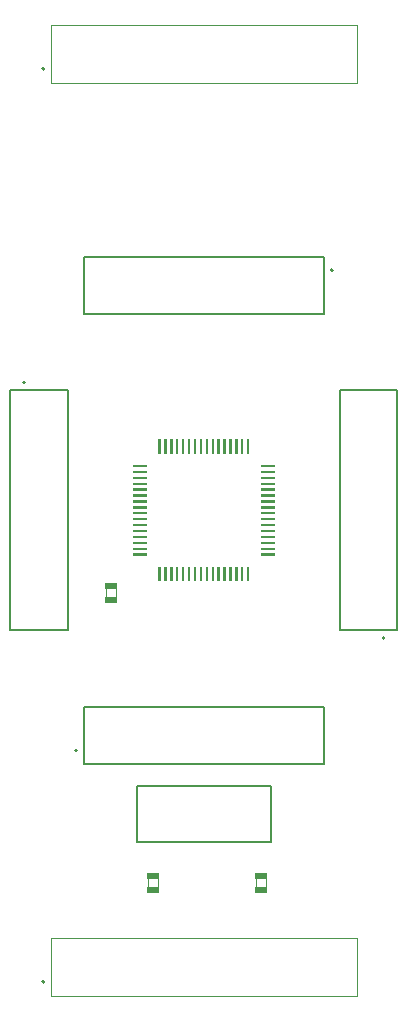
<source format=gbr>
%TF.GenerationSoftware,Altium Limited,Altium Designer,23.4.1 (23)*%
G04 Layer_Color=16711935*
%FSLAX45Y45*%
%MOMM*%
%TF.SameCoordinates,FC7CEE8C-9C91-443A-B6C4-03D5C87B0654*%
%TF.FilePolarity,Positive*%
%TF.FileFunction,Other,Mechanical_13*%
%TF.Part,Single*%
G01*
G75*
%TA.AperFunction,NonConductor*%
%ADD22C,0.20000*%
%ADD24C,0.12700*%
%ADD36C,0.10160*%
%ADD37C,0.10000*%
G36*
X2035000Y4980000D02*
X2015000D01*
Y5100000D01*
X2035000D01*
Y4980000D01*
D02*
G37*
G36*
X1985000D02*
X1965000D01*
Y5100000D01*
X1985000D01*
Y4980000D01*
D02*
G37*
G36*
X1935000D02*
X1915000D01*
Y5100000D01*
X1935000D01*
Y4980000D01*
D02*
G37*
G36*
X1885000D02*
X1865000D01*
Y5100000D01*
X1885000D01*
Y4980000D01*
D02*
G37*
G36*
X1835000D02*
X1815000D01*
Y5100000D01*
X1835000D01*
Y4980000D01*
D02*
G37*
G36*
X1785000D02*
X1765000D01*
Y5100000D01*
X1785000D01*
Y4980000D01*
D02*
G37*
G36*
X1735000D02*
X1715000D01*
Y5100000D01*
X1735000D01*
Y4980000D01*
D02*
G37*
G36*
X1685000D02*
X1665000D01*
Y5100000D01*
X1685000D01*
Y4980000D01*
D02*
G37*
G36*
X1635000D02*
X1615000D01*
Y5100000D01*
X1635000D01*
Y4980000D01*
D02*
G37*
G36*
X1585000D02*
X1565000D01*
Y5100000D01*
X1585000D01*
Y4980000D01*
D02*
G37*
G36*
X1535000D02*
X1515000D01*
Y5100000D01*
X1535000D01*
Y4980000D01*
D02*
G37*
G36*
X1485000D02*
X1465000D01*
Y5100000D01*
X1485000D01*
Y4980000D01*
D02*
G37*
G36*
X1435000D02*
X1415000D01*
Y5100000D01*
X1435000D01*
Y4980000D01*
D02*
G37*
G36*
X1385000D02*
X1365000D01*
Y5100000D01*
X1385000D01*
Y4980000D01*
D02*
G37*
G36*
X1335000D02*
X1315000D01*
Y5100000D01*
X1335000D01*
Y4980000D01*
D02*
G37*
G36*
X1285000D02*
X1265000D01*
Y5100000D01*
X1285000D01*
Y4980000D01*
D02*
G37*
G36*
X2250000Y4865000D02*
X2130000D01*
Y4885000D01*
X2250000D01*
Y4865000D01*
D02*
G37*
G36*
X1170000D02*
X1050000D01*
Y4885000D01*
X1170000D01*
Y4865000D01*
D02*
G37*
G36*
X2250000Y4815000D02*
X2130000D01*
Y4835000D01*
X2250000D01*
Y4815000D01*
D02*
G37*
G36*
X1170000D02*
X1050000D01*
Y4835000D01*
X1170000D01*
Y4815000D01*
D02*
G37*
G36*
X2250000Y4765000D02*
X2130000D01*
Y4785000D01*
X2250000D01*
Y4765000D01*
D02*
G37*
G36*
X1170000D02*
X1050000D01*
Y4785000D01*
X1170000D01*
Y4765000D01*
D02*
G37*
G36*
X2250000Y4715000D02*
X2130000D01*
Y4735000D01*
X2250000D01*
Y4715000D01*
D02*
G37*
G36*
X1170000D02*
X1050000D01*
Y4735000D01*
X1170000D01*
Y4715000D01*
D02*
G37*
G36*
X2250000Y4665000D02*
X2130000D01*
Y4685000D01*
X2250000D01*
Y4665000D01*
D02*
G37*
G36*
X1170000D02*
X1050000D01*
Y4685000D01*
X1170000D01*
Y4665000D01*
D02*
G37*
G36*
X2250000Y4615000D02*
X2130000D01*
Y4635000D01*
X2250000D01*
Y4615000D01*
D02*
G37*
G36*
X1170000D02*
X1050000D01*
Y4635000D01*
X1170000D01*
Y4615000D01*
D02*
G37*
G36*
X2250000Y4565000D02*
X2130000D01*
Y4585000D01*
X2250000D01*
Y4565000D01*
D02*
G37*
G36*
X1170000D02*
X1050000D01*
Y4585000D01*
X1170000D01*
Y4565000D01*
D02*
G37*
G36*
X2250000Y4515000D02*
X2130000D01*
Y4535000D01*
X2250000D01*
Y4515000D01*
D02*
G37*
G36*
X1170000D02*
X1050000D01*
Y4535000D01*
X1170000D01*
Y4515000D01*
D02*
G37*
G36*
X2250000Y4465000D02*
X2130000D01*
Y4485000D01*
X2250000D01*
Y4465000D01*
D02*
G37*
G36*
X1170000D02*
X1050000D01*
Y4485000D01*
X1170000D01*
Y4465000D01*
D02*
G37*
G36*
X2250000Y4415000D02*
X2130000D01*
Y4435000D01*
X2250000D01*
Y4415000D01*
D02*
G37*
G36*
X1170000D02*
X1050000D01*
Y4435000D01*
X1170000D01*
Y4415000D01*
D02*
G37*
G36*
X2250000Y4365000D02*
X2130000D01*
Y4385000D01*
X2250000D01*
Y4365000D01*
D02*
G37*
G36*
X1170000D02*
X1050000D01*
Y4385000D01*
X1170000D01*
Y4365000D01*
D02*
G37*
G36*
X2250000Y4315000D02*
X2130000D01*
Y4335000D01*
X2250000D01*
Y4315000D01*
D02*
G37*
G36*
X1170000D02*
X1050000D01*
Y4335000D01*
X1170000D01*
Y4315000D01*
D02*
G37*
G36*
X2250000Y4265000D02*
X2130000D01*
Y4285000D01*
X2250000D01*
Y4265000D01*
D02*
G37*
G36*
X1170000D02*
X1050000D01*
Y4285000D01*
X1170000D01*
Y4265000D01*
D02*
G37*
G36*
X2250000Y4215000D02*
X2130000D01*
Y4235000D01*
X2250000D01*
Y4215000D01*
D02*
G37*
G36*
X1170000D02*
X1050000D01*
Y4235000D01*
X1170000D01*
Y4215000D01*
D02*
G37*
G36*
X2250000Y4165000D02*
X2130000D01*
Y4185000D01*
X2250000D01*
Y4165000D01*
D02*
G37*
G36*
X1170000D02*
X1050000D01*
Y4185000D01*
X1170000D01*
Y4165000D01*
D02*
G37*
G36*
X2250000Y4115000D02*
X2130000D01*
Y4135000D01*
X2250000D01*
Y4115000D01*
D02*
G37*
G36*
X1170000D02*
X1050000D01*
Y4135000D01*
X1170000D01*
Y4115000D01*
D02*
G37*
G36*
X2035000Y3900000D02*
X2015000D01*
Y4020000D01*
X2035000D01*
Y3900000D01*
D02*
G37*
G36*
X1985000D02*
X1965000D01*
Y4020000D01*
X1985000D01*
Y3900000D01*
D02*
G37*
G36*
X1935000D02*
X1915000D01*
Y4020000D01*
X1935000D01*
Y3900000D01*
D02*
G37*
G36*
X1885000D02*
X1865000D01*
Y4020000D01*
X1885000D01*
Y3900000D01*
D02*
G37*
G36*
X1835000D02*
X1815000D01*
Y4020000D01*
X1835000D01*
Y3900000D01*
D02*
G37*
G36*
X1785000D02*
X1765000D01*
Y4020000D01*
X1785000D01*
Y3900000D01*
D02*
G37*
G36*
X1735000D02*
X1715000D01*
Y4020000D01*
X1735000D01*
Y3900000D01*
D02*
G37*
G36*
X1685000D02*
X1665000D01*
Y4020000D01*
X1685000D01*
Y3900000D01*
D02*
G37*
G36*
X1635000D02*
X1615000D01*
Y4020000D01*
X1635000D01*
Y3900000D01*
D02*
G37*
G36*
X1585000D02*
X1565000D01*
Y4020000D01*
X1585000D01*
Y3900000D01*
D02*
G37*
G36*
X1535000D02*
X1515000D01*
Y4020000D01*
X1535000D01*
Y3900000D01*
D02*
G37*
G36*
X1485000D02*
X1465000D01*
Y4020000D01*
X1485000D01*
Y3900000D01*
D02*
G37*
G36*
X1435000D02*
X1415000D01*
Y4020000D01*
X1435000D01*
Y3900000D01*
D02*
G37*
G36*
X1385000D02*
X1365000D01*
Y4020000D01*
X1385000D01*
Y3900000D01*
D02*
G37*
G36*
X1335000D02*
X1315000D01*
Y4020000D01*
X1335000D01*
Y3900000D01*
D02*
G37*
G36*
X1285000D02*
X1265000D01*
Y4020000D01*
X1285000D01*
Y3900000D01*
D02*
G37*
G36*
X911610Y3831110D02*
X816587D01*
Y3881161D01*
X911610D01*
Y3831110D01*
D02*
G37*
G36*
Y3714270D02*
X816513D01*
Y3764212D01*
X911610D01*
Y3714270D01*
D02*
G37*
G36*
X2180687Y1379288D02*
X2085590D01*
Y1429230D01*
X2180687D01*
Y1379288D01*
D02*
G37*
G36*
X1266287D02*
X1171190D01*
Y1429230D01*
X1266287D01*
Y1379288D01*
D02*
G37*
G36*
X2180613Y1262339D02*
X2085590D01*
Y1312390D01*
X2180613D01*
Y1262339D01*
D02*
G37*
G36*
X1266213D02*
X1171190D01*
Y1312390D01*
X1266213D01*
Y1262339D01*
D02*
G37*
D22*
X579000Y2467000D02*
G03*
X579000Y2467000I-10000J0D01*
G01*
X3183000Y3419000D02*
G03*
X3183000Y3419000I-10000J0D01*
G01*
X137000Y5581000D02*
G03*
X137000Y5581000I-10000J0D01*
G01*
X2741000Y6532000D02*
G03*
X2741000Y6532000I-10000J0D01*
G01*
X300500Y8238000D02*
G03*
X300500Y8238000I-10000J0D01*
G01*
Y508000D02*
G03*
X300500Y508000I-10000J0D01*
G01*
D24*
X2666000Y2352500D02*
Y2835500D01*
X634000D02*
X2666000D01*
X634000Y2352500D02*
Y2835500D01*
Y2352500D02*
X2666000D01*
Y2835500D01*
X634000D02*
X2666000D01*
X634000Y2352500D02*
Y2835500D01*
X2804500Y5516000D02*
X3287500D01*
X2804500Y3484000D02*
Y5516000D01*
Y3484000D02*
X3287500D01*
Y5516000D01*
X2804500D02*
X3287500D01*
X2804500Y3484000D02*
Y5516000D01*
Y3484000D02*
X3287500D01*
X12500D02*
X495500D01*
Y5516000D01*
X12500D02*
X495500D01*
X12500Y3484000D02*
Y5516000D01*
Y3484000D02*
X495500D01*
Y5516000D01*
X12500D02*
X495500D01*
X634000Y6163500D02*
Y6646500D01*
Y6163500D02*
X2666000D01*
Y6646500D01*
X634000D02*
X2666000D01*
X634000Y6163500D02*
Y6646500D01*
Y6163500D02*
X2666000D01*
Y6646500D01*
X2220000Y1695400D02*
Y2165400D01*
X1080000Y1695400D02*
Y2165400D01*
Y1695400D02*
X2220000D01*
X1080000Y2165400D02*
X2220000D01*
D36*
X821700Y3761700D02*
Y3832900D01*
X906800Y3761700D02*
Y3832900D01*
X1261100Y1310600D02*
Y1381800D01*
X1176000Y1310600D02*
Y1381800D01*
X2175500Y1310600D02*
Y1381800D01*
X2090400Y1310600D02*
Y1381800D01*
D37*
X2946500Y8117350D02*
Y8612650D01*
X355500D02*
X2946500D01*
X355500Y8117350D02*
Y8612650D01*
Y8117350D02*
X2946500D01*
Y8612650D01*
X355500D02*
X2946500D01*
X355500Y8117350D02*
Y8612650D01*
X2946500Y387350D02*
Y882650D01*
X355500D02*
X2946500D01*
X355500Y387350D02*
Y882650D01*
Y387350D02*
X2946500D01*
Y882650D01*
X355500D02*
X2946500D01*
X355500Y387350D02*
Y882650D01*
%TF.MD5,a2f2626ed9ddfb2155231b1cc7689aef*%
M02*

</source>
